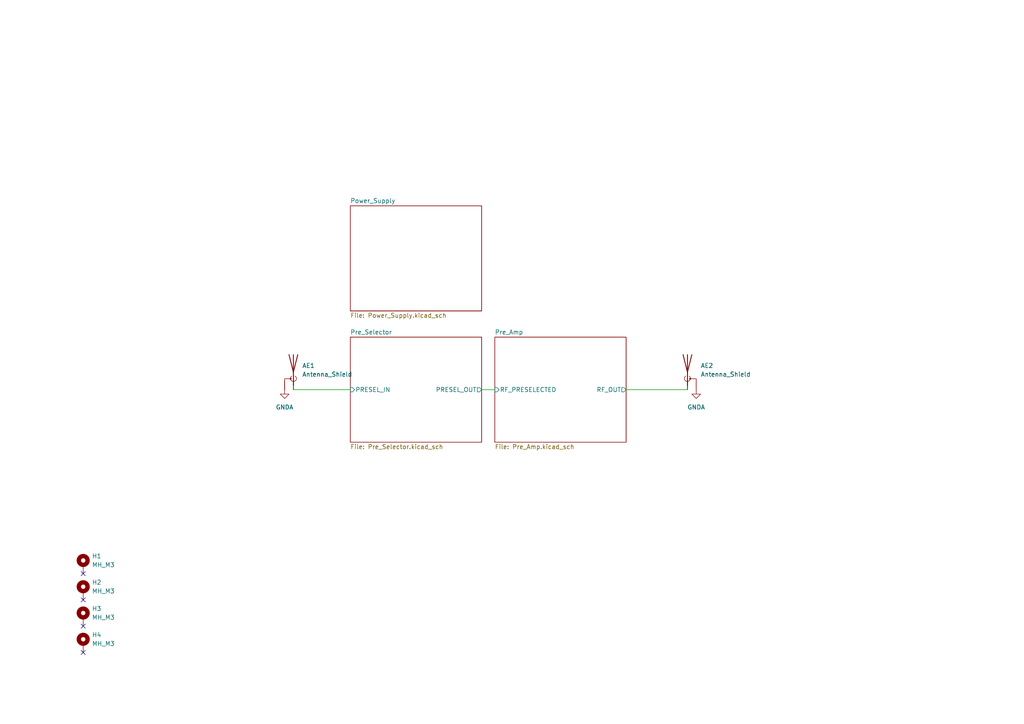
<source format=kicad_sch>
(kicad_sch (version 20211123) (generator eeschema)
  (paper "A4")
  (title_block (title "HFAmp") (date "2022-11-13") (rev "A0") (company "imi415"))
  (lib_symbols
    (symbol "Device:Antenna_Shield" (pin_numbers hide) (pin_names (offset 1.016) hide)
      (property "Reference" "AE" (at -1.905 4.445 0))
      (property "Value" "Antenna_Shield" (at -1.905 2.54 0))
      (symbol "Antenna_Shield_0_1"
        (arc (start -0.508 -1.143) (mid -0.8429 -2.1194) (end 0 -2.667))
        (arc (start 0 -2.667) (mid 0.7989 -2.1052) (end 0.508 -1.143))
        (polyline (pts (xy 0 -2.54) (xy 0 0)))
        (polyline (pts (xy 0 5.08) (xy 0 -3.81)) (stroke (width 0.254)))
        (polyline (pts (xy 0.762 -1.905) (xy 2.54 -1.905)))
        (polyline (pts (xy 2.54 -2.54) (xy 2.54 -1.905)))
        (polyline (pts (xy 1.27 5.08) (xy 0 0) (xy -1.27 5.08)) (stroke (width 0.254)))
        (circle (center 0.762 -1.905) (radius 0.1778) (fill (type outline)))
      )
      (symbol "Antenna_Shield_1_1"
        (pin input line (at 0 -5.08 90) (length 2.54) (name "A") (number "1"))
        (pin input line (at 2.54 -5.08 90) (length 2.54) (name "Shield") (number "2"))
      )
    )
    (symbol "Mechanical:MountingHole_Pad" (pin_numbers hide) (pin_names (offset 1.016) hide)
      (property "Reference" "H" (at 0 6.35 0))
      (property "Value" "MountingHole_Pad" (at 0 4.445 0))
      (symbol "MountingHole_Pad_0_1"
        (circle (center 0 1.27) (radius 1.27) (stroke (width 1.27)))
      )
      (symbol "MountingHole_Pad_1_1"
        (pin input line (at 0 -2.54 90) (length 2.54) (name "1") (number "1"))
      )
    )
    (symbol "power:GNDA" (power) (pin_names (offset 0))
      (property "Value" "GNDA" (at 0 -3.81 0))
      (symbol "GNDA_0_1"
        (polyline (pts (xy 0 0) (xy 0 -1.27) (xy 1.27 -1.27) (xy 0 -2.54) (xy -1.27 -1.27) (xy 0 -1.27)))
      )
      (symbol "GNDA_1_1"
        (pin power_in line (at 0 0 270) (length 0) hide (name "GNDA") (number "1"))
      )
    )
  )
  (no_connect (at 24.13 173.99))
  (no_connect (at 24.13 189.23))
  (no_connect (at 24.13 166.37))
  (no_connect (at 24.13 181.61))
  (wire (pts (xy 139.7 113.03) (xy 143.51 113.03)))
  (wire (pts (xy 181.61 113.03) (xy 199.39 113.03)))
  (wire (pts (xy 85.09 113.03) (xy 101.6 113.03)))
  (symbol (lib_id "power:GNDA") (at 201.93 113.03 0) (unit 1)
    (property "Reference" "#PWR0103" (effects hide))
    (property "Value" "GNDA" (at 201.93 118.11 0))
  )
  (symbol (lib_id "Mechanical:MountingHole_Pad") (at 24.13 179.07 0) (unit 1)
    (property "Reference" "H3" (at 26.67 176.5299 0) (effects (justify left)))
    (property "Value" "MH_M3" (at 26.67 179.0699 0) (effects (justify left)))
    (property "Footprint" "MountingHole:MountingHole_3.2mm_M3_Pad" (effects hide))
  )
  (symbol (lib_id "Mechanical:MountingHole_Pad") (at 24.13 171.45 0) (unit 1)
    (property "Reference" "H2" (at 26.67 168.9099 0) (effects (justify left)))
    (property "Value" "MH_M3" (at 26.67 171.4499 0) (effects (justify left)))
    (property "Footprint" "MountingHole:MountingHole_3.2mm_M3_Pad" (effects hide))
  )
  (symbol (lib_id "power:GNDA") (at 82.55 113.03 0) (unit 1)
    (property "Reference" "#PWR0102" (effects hide))
    (property "Value" "GNDA" (at 82.55 118.11 0))
  )
  (symbol (lib_id "Mechanical:MountingHole_Pad") (at 24.13 186.69 0) (unit 1)
    (property "Reference" "H4" (at 26.67 184.1499 0) (effects (justify left)))
    (property "Value" "MH_M3" (at 26.67 186.6899 0) (effects (justify left)))
    (property "Footprint" "MountingHole:MountingHole_3.2mm_M3_Pad" (effects hide))
  )
  (symbol (lib_id "Device:Antenna_Shield") (at 85.09 107.95 0) (mirror y) (unit 1)
    (property "Reference" "AE1" (at 87.63 106.0449 0) (effects (justify right)))
    (property "Value" "Antenna_Shield" (at 87.63 108.5849 0) (effects (justify right)))
    (property "Footprint" "Connector_Coaxial:SMA_Amphenol_132289_EdgeMount" (effects hide))
  )
  (symbol (lib_id "Device:Antenna_Shield") (at 199.39 107.95 0) (unit 1)
    (property "Reference" "AE2" (at 203.2 106.0449 0) (effects (justify left)))
    (property "Value" "Antenna_Shield" (at 203.2 108.5849 0) (effects (justify left)))
    (property "Footprint" "Connector_Coaxial:SMA_Amphenol_132289_EdgeMount" (effects hide))
  )
  (symbol (lib_id "Mechanical:MountingHole_Pad") (at 24.13 163.83 0) (unit 1)
    (property "Reference" "H1" (at 26.67 161.2899 0) (effects (justify left)))
    (property "Value" "MH_M3" (at 26.67 163.8299 0) (effects (justify left)))
    (property "Footprint" "MountingHole:MountingHole_3.2mm_M3_Pad" (effects hide))
  )
  (sheet (at 101.6 59.69) (size 38.1 30.48) (stroke (width 0.1524))
    (property "Sheet name" "Power_Supply" (at 101.6 58.9784 0) (effects (justify left bottom)))
    (property "Sheet file" "Power_Supply.kicad_sch" (at 101.6 90.7546 0) (effects (justify left top)))
  )
  (sheet (at 101.6 97.79) (size 38.1 30.48) (stroke (width 0.1524))
    (property "Sheet name" "Pre_Selector" (at 101.6 97.0784 0) (effects (justify left bottom)))
    (property "Sheet file" "Pre_Selector.kicad_sch" (at 101.6 128.8546 0) (effects (justify left top)))
    (pin "PRESEL_OUT" output (at 139.7 113.03 0))
    (pin "PRESEL_IN" input (at 101.6 113.03 180))
  )
  (sheet (at 143.51 97.79) (size 38.1 30.48) (stroke (width 0.1524))
    (property "Sheet name" "Pre_Amp" (at 143.51 97.0784 0) (effects (justify left bottom)))
    (property "Sheet file" "Pre_Amp.kicad_sch" (at 143.51 128.8546 0) (effects (justify left top)))
    (pin "RF_PRESELECTED" input (at 143.51 113.03 180))
    (pin "RF_OUT" output (at 181.61 113.03 0))
  )
)
</source>
